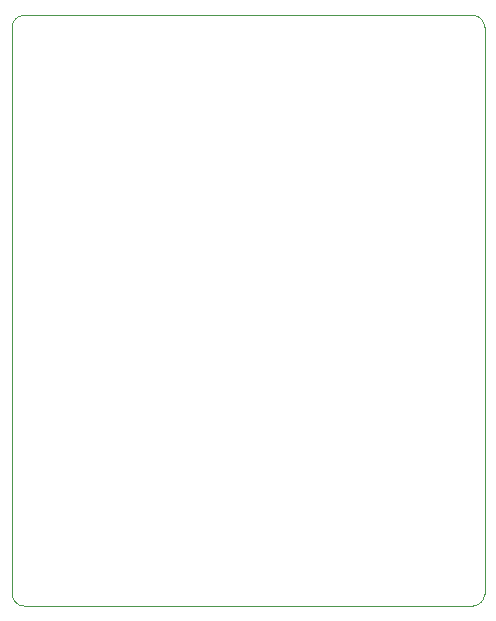
<source format=gbr>
G04 #@! TF.GenerationSoftware,KiCad,Pcbnew,(5.1.2)-1*
G04 #@! TF.CreationDate,2020-05-27T18:22:03+09:00*
G04 #@! TF.ProjectId,i2s,6932732e-6b69-4636-9164-5f7063625858,v1.1*
G04 #@! TF.SameCoordinates,Original*
G04 #@! TF.FileFunction,Profile,NP*
%FSLAX46Y46*%
G04 Gerber Fmt 4.6, Leading zero omitted, Abs format (unit mm)*
G04 Created by KiCad (PCBNEW (5.1.2)-1) date 2020-05-27 18:22:03*
%MOMM*%
%LPD*%
G04 APERTURE LIST*
%ADD10C,0.050000*%
G04 APERTURE END LIST*
D10*
X100000000Y-149000000D02*
G75*
G03X101000000Y-150000000I1000000J0D01*
G01*
X139000000Y-150000000D02*
G75*
G03X140000000Y-149000000I0J1000000D01*
G01*
X140000000Y-101000000D02*
G75*
G03X139000000Y-100000000I-1000000J0D01*
G01*
X101000000Y-100000000D02*
G75*
G03X100000000Y-101000000I0J-1000000D01*
G01*
X139000000Y-100000000D02*
X101000000Y-100000000D01*
X140000000Y-149000000D02*
X140000000Y-101000000D01*
X101000000Y-150000000D02*
X139000000Y-150000000D01*
X100000000Y-101000000D02*
X100000000Y-149000000D01*
M02*

</source>
